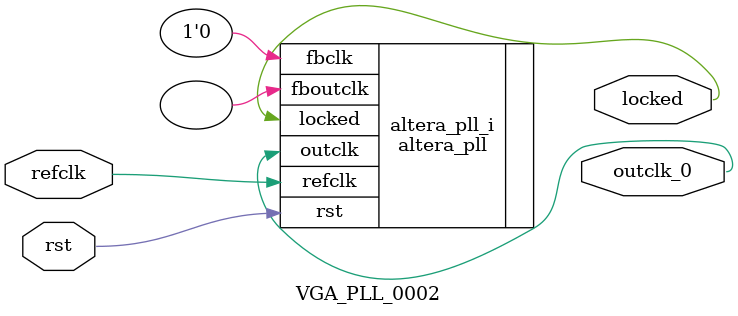
<source format=v>
`timescale 1ns/10ps
module  VGA_PLL_0002(

	// interface 'refclk'
	input wire refclk,

	// interface 'reset'
	input wire rst,

	// interface 'outclk0'
	output wire outclk_0,

	// interface 'locked'
	output wire locked
);

	altera_pll #(
		.fractional_vco_multiplier("false"),
		.reference_clock_frequency("50.0 MHz"),
		.operation_mode("direct"),
		.number_of_clocks(1),
		.output_clock_frequency0("25.175644 MHz"),
		.phase_shift0("0 ps"),
		.duty_cycle0(50),
		.output_clock_frequency1("0 MHz"),
		.phase_shift1("0 ps"),
		.duty_cycle1(50),
		.output_clock_frequency2("0 MHz"),
		.phase_shift2("0 ps"),
		.duty_cycle2(50),
		.output_clock_frequency3("0 MHz"),
		.phase_shift3("0 ps"),
		.duty_cycle3(50),
		.output_clock_frequency4("0 MHz"),
		.phase_shift4("0 ps"),
		.duty_cycle4(50),
		.output_clock_frequency5("0 MHz"),
		.phase_shift5("0 ps"),
		.duty_cycle5(50),
		.output_clock_frequency6("0 MHz"),
		.phase_shift6("0 ps"),
		.duty_cycle6(50),
		.output_clock_frequency7("0 MHz"),
		.phase_shift7("0 ps"),
		.duty_cycle7(50),
		.output_clock_frequency8("0 MHz"),
		.phase_shift8("0 ps"),
		.duty_cycle8(50),
		.output_clock_frequency9("0 MHz"),
		.phase_shift9("0 ps"),
		.duty_cycle9(50),
		.output_clock_frequency10("0 MHz"),
		.phase_shift10("0 ps"),
		.duty_cycle10(50),
		.output_clock_frequency11("0 MHz"),
		.phase_shift11("0 ps"),
		.duty_cycle11(50),
		.output_clock_frequency12("0 MHz"),
		.phase_shift12("0 ps"),
		.duty_cycle12(50),
		.output_clock_frequency13("0 MHz"),
		.phase_shift13("0 ps"),
		.duty_cycle13(50),
		.output_clock_frequency14("0 MHz"),
		.phase_shift14("0 ps"),
		.duty_cycle14(50),
		.output_clock_frequency15("0 MHz"),
		.phase_shift15("0 ps"),
		.duty_cycle15(50),
		.output_clock_frequency16("0 MHz"),
		.phase_shift16("0 ps"),
		.duty_cycle16(50),
		.output_clock_frequency17("0 MHz"),
		.phase_shift17("0 ps"),
		.duty_cycle17(50),
		.pll_type("General"),
		.pll_subtype("General")
	) altera_pll_i (
		.rst	(rst),
		.outclk	({outclk_0}),
		.locked	(locked),
		.fboutclk	( ),
		.fbclk	(1'b0),
		.refclk	(refclk)
	);
endmodule


</source>
